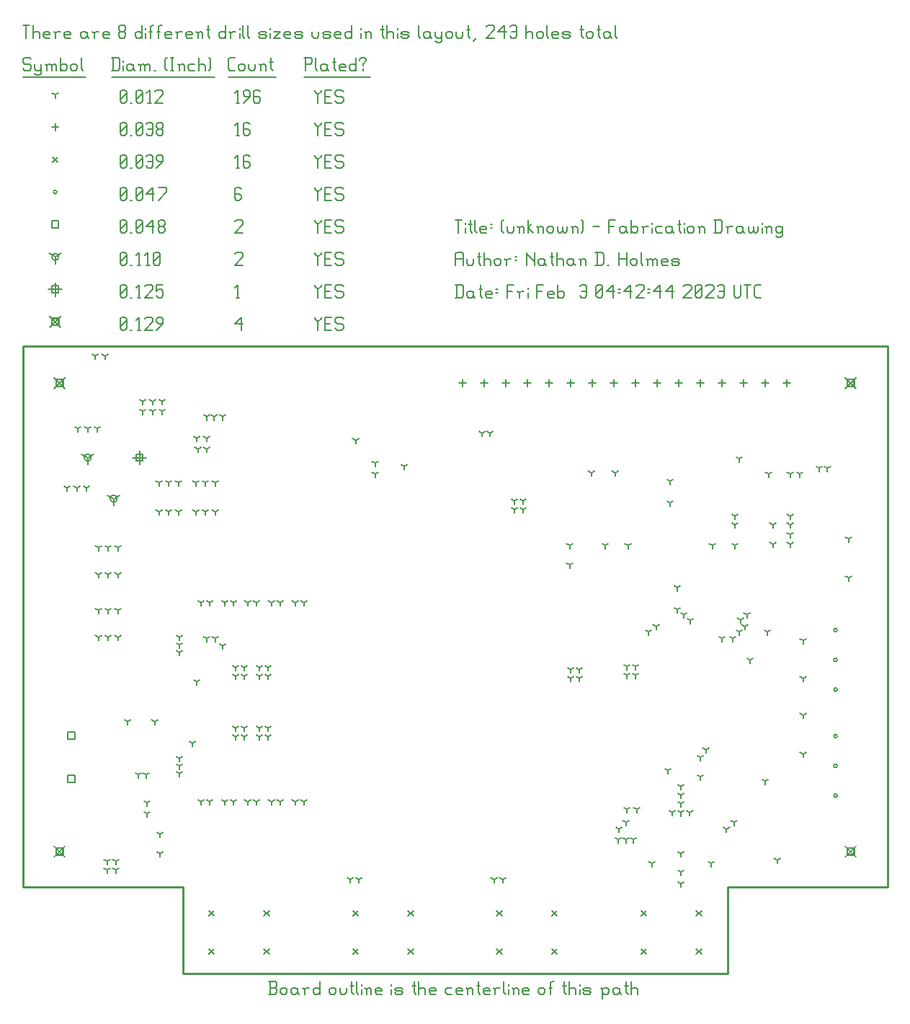
<source format=gbr>
G04 start of page 12 for group -3984 idx -3984 *
G04 Title: (unknown), fab *
G04 Creator: pcb 4.0.2 *
G04 CreationDate: Fri Feb  3 04:42:44 2023 UTC *
G04 For: ndholmes *
G04 Format: Gerber/RS-274X *
G04 PCB-Dimensions (mil): 4000.00 2900.00 *
G04 PCB-Coordinate-Origin: lower left *
%MOIN*%
%FSLAX25Y25*%
%LNFAB*%
%ADD86C,0.0100*%
%ADD85C,0.0060*%
%ADD84R,0.0080X0.0080*%
%ADD83C,0.0001*%
G54D83*G36*
X380600Y275966D02*X385966Y270600D01*
X385400Y270034D01*
X380034Y275400D01*
X380600Y275966D01*
G37*
G36*
X380034Y270600D02*X385400Y275966D01*
X385966Y275400D01*
X380600Y270034D01*
X380034Y270600D01*
G37*
G54D84*X381400Y274600D02*X384600D01*
X381400D02*Y271400D01*
X384600D01*
Y274600D02*Y271400D01*
G54D83*G36*
X14600Y59466D02*X19966Y54100D01*
X19400Y53534D01*
X14034Y58900D01*
X14600Y59466D01*
G37*
G36*
X14034Y54100D02*X19400Y59466D01*
X19966Y58900D01*
X14600Y53534D01*
X14034Y54100D01*
G37*
G54D84*X15400Y58100D02*X18600D01*
X15400D02*Y54900D01*
X18600D01*
Y58100D02*Y54900D01*
G54D83*G36*
X380600Y59466D02*X385966Y54100D01*
X385400Y53534D01*
X380034Y58900D01*
X380600Y59466D01*
G37*
G36*
X380034Y54100D02*X385400Y59466D01*
X385966Y58900D01*
X380600Y53534D01*
X380034Y54100D01*
G37*
G54D84*X381400Y58100D02*X384600D01*
X381400D02*Y54900D01*
X384600D01*
Y58100D02*Y54900D01*
G54D83*G36*
X14600Y275966D02*X19966Y270600D01*
X19400Y270034D01*
X14034Y275400D01*
X14600Y275966D01*
G37*
G36*
X14034Y270600D02*X19400Y275966D01*
X19966Y275400D01*
X14600Y270034D01*
X14034Y270600D01*
G37*
G54D84*X15400Y274600D02*X18600D01*
X15400D02*Y271400D01*
X18600D01*
Y274600D02*Y271400D01*
G54D83*G36*
X12600Y304216D02*X17966Y298850D01*
X17400Y298284D01*
X12034Y303650D01*
X12600Y304216D01*
G37*
G36*
X12034Y298850D02*X17400Y304216D01*
X17966Y303650D01*
X12600Y298284D01*
X12034Y298850D01*
G37*
G54D84*X13400Y302850D02*X16600D01*
X13400D02*Y299650D01*
X16600D01*
Y302850D02*Y299650D01*
G54D85*X135000Y303500D02*Y302750D01*
X136500Y301250D01*
X138000Y302750D01*
Y303500D02*Y302750D01*
X136500Y301250D02*Y297500D01*
X139800Y300500D02*X142050D01*
X139800Y297500D02*X142800D01*
X139800Y303500D02*Y297500D01*
Y303500D02*X142800D01*
X147600D02*X148350Y302750D01*
X145350Y303500D02*X147600D01*
X144600Y302750D02*X145350Y303500D01*
X144600Y302750D02*Y301250D01*
X145350Y300500D01*
X147600D01*
X148350Y299750D01*
Y298250D01*
X147600Y297500D02*X148350Y298250D01*
X145350Y297500D02*X147600D01*
X144600Y298250D02*X145350Y297500D01*
X98000Y300500D02*X101000Y303500D01*
X98000Y300500D02*X101750D01*
X101000Y303500D02*Y297500D01*
X45000Y298250D02*X45750Y297500D01*
X45000Y302750D02*Y298250D01*
Y302750D02*X45750Y303500D01*
X47250D01*
X48000Y302750D01*
Y298250D01*
X47250Y297500D02*X48000Y298250D01*
X45750Y297500D02*X47250D01*
X45000Y299000D02*X48000Y302000D01*
X49800Y297500D02*X50550D01*
X53100D02*X54600D01*
X53850Y303500D02*Y297500D01*
X52350Y302000D02*X53850Y303500D01*
X56400Y302750D02*X57150Y303500D01*
X59400D01*
X60150Y302750D01*
Y301250D01*
X56400Y297500D02*X60150Y301250D01*
X56400Y297500D02*X60150D01*
X61950D02*X64950Y300500D01*
Y302750D02*Y300500D01*
X64200Y303500D02*X64950Y302750D01*
X62700Y303500D02*X64200D01*
X61950Y302750D02*X62700Y303500D01*
X61950Y302750D02*Y301250D01*
X62700Y300500D01*
X64950D01*
X54000Y241700D02*Y235300D01*
X50800Y238500D02*X57200D01*
X52400Y240100D02*X55600D01*
X52400D02*Y236900D01*
X55600D01*
Y240100D02*Y236900D01*
X15000Y319450D02*Y313050D01*
X11800Y316250D02*X18200D01*
X13400Y317850D02*X16600D01*
X13400D02*Y314650D01*
X16600D01*
Y317850D02*Y314650D01*
X135000Y318500D02*Y317750D01*
X136500Y316250D01*
X138000Y317750D01*
Y318500D02*Y317750D01*
X136500Y316250D02*Y312500D01*
X139800Y315500D02*X142050D01*
X139800Y312500D02*X142800D01*
X139800Y318500D02*Y312500D01*
Y318500D02*X142800D01*
X147600D02*X148350Y317750D01*
X145350Y318500D02*X147600D01*
X144600Y317750D02*X145350Y318500D01*
X144600Y317750D02*Y316250D01*
X145350Y315500D01*
X147600D01*
X148350Y314750D01*
Y313250D01*
X147600Y312500D02*X148350Y313250D01*
X145350Y312500D02*X147600D01*
X144600Y313250D02*X145350Y312500D01*
X98750D02*X100250D01*
X99500Y318500D02*Y312500D01*
X98000Y317000D02*X99500Y318500D01*
X45000Y313250D02*X45750Y312500D01*
X45000Y317750D02*Y313250D01*
Y317750D02*X45750Y318500D01*
X47250D01*
X48000Y317750D01*
Y313250D01*
X47250Y312500D02*X48000Y313250D01*
X45750Y312500D02*X47250D01*
X45000Y314000D02*X48000Y317000D01*
X49800Y312500D02*X50550D01*
X53100D02*X54600D01*
X53850Y318500D02*Y312500D01*
X52350Y317000D02*X53850Y318500D01*
X56400Y317750D02*X57150Y318500D01*
X59400D01*
X60150Y317750D01*
Y316250D01*
X56400Y312500D02*X60150Y316250D01*
X56400Y312500D02*X60150D01*
X61950Y318500D02*X64950D01*
X61950D02*Y315500D01*
X62700Y316250D01*
X64200D01*
X64950Y315500D01*
Y313250D01*
X64200Y312500D02*X64950Y313250D01*
X62700Y312500D02*X64200D01*
X61950Y313250D02*X62700Y312500D01*
X30000Y238500D02*Y235300D01*
Y238500D02*X32773Y240100D01*
X30000Y238500D02*X27227Y240100D01*
X28400Y238500D02*G75*G03X31600Y238500I1600J0D01*G01*
G75*G03X28400Y238500I-1600J0D01*G01*
X42000Y219500D02*Y216300D01*
Y219500D02*X44773Y221100D01*
X42000Y219500D02*X39227Y221100D01*
X40400Y219500D02*G75*G03X43600Y219500I1600J0D01*G01*
G75*G03X40400Y219500I-1600J0D01*G01*
X15000Y331250D02*Y328050D01*
Y331250D02*X17773Y332850D01*
X15000Y331250D02*X12227Y332850D01*
X13400Y331250D02*G75*G03X16600Y331250I1600J0D01*G01*
G75*G03X13400Y331250I-1600J0D01*G01*
X135000Y333500D02*Y332750D01*
X136500Y331250D01*
X138000Y332750D01*
Y333500D02*Y332750D01*
X136500Y331250D02*Y327500D01*
X139800Y330500D02*X142050D01*
X139800Y327500D02*X142800D01*
X139800Y333500D02*Y327500D01*
Y333500D02*X142800D01*
X147600D02*X148350Y332750D01*
X145350Y333500D02*X147600D01*
X144600Y332750D02*X145350Y333500D01*
X144600Y332750D02*Y331250D01*
X145350Y330500D01*
X147600D01*
X148350Y329750D01*
Y328250D01*
X147600Y327500D02*X148350Y328250D01*
X145350Y327500D02*X147600D01*
X144600Y328250D02*X145350Y327500D01*
X98000Y332750D02*X98750Y333500D01*
X101000D01*
X101750Y332750D01*
Y331250D01*
X98000Y327500D02*X101750Y331250D01*
X98000Y327500D02*X101750D01*
X45000Y328250D02*X45750Y327500D01*
X45000Y332750D02*Y328250D01*
Y332750D02*X45750Y333500D01*
X47250D01*
X48000Y332750D01*
Y328250D01*
X47250Y327500D02*X48000Y328250D01*
X45750Y327500D02*X47250D01*
X45000Y329000D02*X48000Y332000D01*
X49800Y327500D02*X50550D01*
X53100D02*X54600D01*
X53850Y333500D02*Y327500D01*
X52350Y332000D02*X53850Y333500D01*
X57150Y327500D02*X58650D01*
X57900Y333500D02*Y327500D01*
X56400Y332000D02*X57900Y333500D01*
X60450Y328250D02*X61200Y327500D01*
X60450Y332750D02*Y328250D01*
Y332750D02*X61200Y333500D01*
X62700D01*
X63450Y332750D01*
Y328250D01*
X62700Y327500D02*X63450Y328250D01*
X61200Y327500D02*X62700D01*
X60450Y329000D02*X63450Y332000D01*
X20900Y111600D02*X24100D01*
X20900D02*Y108400D01*
X24100D01*
Y111600D02*Y108400D01*
X20900Y91600D02*X24100D01*
X20900D02*Y88400D01*
X24100D01*
Y91600D02*Y88400D01*
X13400Y347850D02*X16600D01*
X13400D02*Y344650D01*
X16600D01*
Y347850D02*Y344650D01*
X135000Y348500D02*Y347750D01*
X136500Y346250D01*
X138000Y347750D01*
Y348500D02*Y347750D01*
X136500Y346250D02*Y342500D01*
X139800Y345500D02*X142050D01*
X139800Y342500D02*X142800D01*
X139800Y348500D02*Y342500D01*
Y348500D02*X142800D01*
X147600D02*X148350Y347750D01*
X145350Y348500D02*X147600D01*
X144600Y347750D02*X145350Y348500D01*
X144600Y347750D02*Y346250D01*
X145350Y345500D01*
X147600D01*
X148350Y344750D01*
Y343250D01*
X147600Y342500D02*X148350Y343250D01*
X145350Y342500D02*X147600D01*
X144600Y343250D02*X145350Y342500D01*
X98000Y347750D02*X98750Y348500D01*
X101000D01*
X101750Y347750D01*
Y346250D01*
X98000Y342500D02*X101750Y346250D01*
X98000Y342500D02*X101750D01*
X45000Y343250D02*X45750Y342500D01*
X45000Y347750D02*Y343250D01*
Y347750D02*X45750Y348500D01*
X47250D01*
X48000Y347750D01*
Y343250D01*
X47250Y342500D02*X48000Y343250D01*
X45750Y342500D02*X47250D01*
X45000Y344000D02*X48000Y347000D01*
X49800Y342500D02*X50550D01*
X52350Y343250D02*X53100Y342500D01*
X52350Y347750D02*Y343250D01*
Y347750D02*X53100Y348500D01*
X54600D01*
X55350Y347750D01*
Y343250D01*
X54600Y342500D02*X55350Y343250D01*
X53100Y342500D02*X54600D01*
X52350Y344000D02*X55350Y347000D01*
X57150Y345500D02*X60150Y348500D01*
X57150Y345500D02*X60900D01*
X60150Y348500D02*Y342500D01*
X62700Y343250D02*X63450Y342500D01*
X62700Y344750D02*Y343250D01*
Y344750D02*X63450Y345500D01*
X64950D01*
X65700Y344750D01*
Y343250D01*
X64950Y342500D02*X65700Y343250D01*
X63450Y342500D02*X64950D01*
X62700Y346250D02*X63450Y345500D01*
X62700Y347750D02*Y346250D01*
Y347750D02*X63450Y348500D01*
X64950D01*
X65700Y347750D01*
Y346250D01*
X64950Y345500D02*X65700Y346250D01*
X375200Y82220D02*G75*G03X376800Y82220I800J0D01*G01*
G75*G03X375200Y82220I-800J0D01*G01*
Y96000D02*G75*G03X376800Y96000I800J0D01*G01*
G75*G03X375200Y96000I-800J0D01*G01*
Y109779D02*G75*G03X376800Y109779I800J0D01*G01*
G75*G03X375200Y109779I-800J0D01*G01*
Y131220D02*G75*G03X376800Y131220I800J0D01*G01*
G75*G03X375200Y131220I-800J0D01*G01*
Y145000D02*G75*G03X376800Y145000I800J0D01*G01*
G75*G03X375200Y145000I-800J0D01*G01*
Y158779D02*G75*G03X376800Y158779I800J0D01*G01*
G75*G03X375200Y158779I-800J0D01*G01*
X14200Y361250D02*G75*G03X15800Y361250I800J0D01*G01*
G75*G03X14200Y361250I-800J0D01*G01*
X135000Y363500D02*Y362750D01*
X136500Y361250D01*
X138000Y362750D01*
Y363500D02*Y362750D01*
X136500Y361250D02*Y357500D01*
X139800Y360500D02*X142050D01*
X139800Y357500D02*X142800D01*
X139800Y363500D02*Y357500D01*
Y363500D02*X142800D01*
X147600D02*X148350Y362750D01*
X145350Y363500D02*X147600D01*
X144600Y362750D02*X145350Y363500D01*
X144600Y362750D02*Y361250D01*
X145350Y360500D01*
X147600D01*
X148350Y359750D01*
Y358250D01*
X147600Y357500D02*X148350Y358250D01*
X145350Y357500D02*X147600D01*
X144600Y358250D02*X145350Y357500D01*
X100250Y363500D02*X101000Y362750D01*
X98750Y363500D02*X100250D01*
X98000Y362750D02*X98750Y363500D01*
X98000Y362750D02*Y358250D01*
X98750Y357500D01*
X100250Y360500D02*X101000Y359750D01*
X98000Y360500D02*X100250D01*
X98750Y357500D02*X100250D01*
X101000Y358250D01*
Y359750D02*Y358250D01*
X45000D02*X45750Y357500D01*
X45000Y362750D02*Y358250D01*
Y362750D02*X45750Y363500D01*
X47250D01*
X48000Y362750D01*
Y358250D01*
X47250Y357500D02*X48000Y358250D01*
X45750Y357500D02*X47250D01*
X45000Y359000D02*X48000Y362000D01*
X49800Y357500D02*X50550D01*
X52350Y358250D02*X53100Y357500D01*
X52350Y362750D02*Y358250D01*
Y362750D02*X53100Y363500D01*
X54600D01*
X55350Y362750D01*
Y358250D01*
X54600Y357500D02*X55350Y358250D01*
X53100Y357500D02*X54600D01*
X52350Y359000D02*X55350Y362000D01*
X57150Y360500D02*X60150Y363500D01*
X57150Y360500D02*X60900D01*
X60150Y363500D02*Y357500D01*
X62700D02*X66450Y361250D01*
Y363500D02*Y361250D01*
X62700Y363500D02*X66450D01*
X111595Y11342D02*X113995Y8942D01*
X111595D02*X113995Y11342D01*
X86005D02*X88405Y8942D01*
X86005D02*X88405Y11342D01*
X111595Y29058D02*X113995Y26658D01*
X111595D02*X113995Y29058D01*
X86005D02*X88405Y26658D01*
X86005D02*X88405Y29058D01*
X178295Y11342D02*X180695Y8942D01*
X178295D02*X180695Y11342D01*
X152705D02*X155105Y8942D01*
X152705D02*X155105Y11342D01*
X178295Y29058D02*X180695Y26658D01*
X178295D02*X180695Y29058D01*
X152705D02*X155105Y26658D01*
X152705D02*X155105Y29058D01*
X244895Y11342D02*X247295Y8942D01*
X244895D02*X247295Y11342D01*
X219305D02*X221705Y8942D01*
X219305D02*X221705Y11342D01*
X244895Y29058D02*X247295Y26658D01*
X244895D02*X247295Y29058D01*
X219305D02*X221705Y26658D01*
X219305D02*X221705Y29058D01*
X311595Y11342D02*X313995Y8942D01*
X311595D02*X313995Y11342D01*
X286005D02*X288405Y8942D01*
X286005D02*X288405Y11342D01*
X311595Y29058D02*X313995Y26658D01*
X311595D02*X313995Y29058D01*
X286005D02*X288405Y26658D01*
X286005D02*X288405Y29058D01*
X13800Y377450D02*X16200Y375050D01*
X13800D02*X16200Y377450D01*
X135000Y378500D02*Y377750D01*
X136500Y376250D01*
X138000Y377750D01*
Y378500D02*Y377750D01*
X136500Y376250D02*Y372500D01*
X139800Y375500D02*X142050D01*
X139800Y372500D02*X142800D01*
X139800Y378500D02*Y372500D01*
Y378500D02*X142800D01*
X147600D02*X148350Y377750D01*
X145350Y378500D02*X147600D01*
X144600Y377750D02*X145350Y378500D01*
X144600Y377750D02*Y376250D01*
X145350Y375500D01*
X147600D01*
X148350Y374750D01*
Y373250D01*
X147600Y372500D02*X148350Y373250D01*
X145350Y372500D02*X147600D01*
X144600Y373250D02*X145350Y372500D01*
X98750D02*X100250D01*
X99500Y378500D02*Y372500D01*
X98000Y377000D02*X99500Y378500D01*
X104300D02*X105050Y377750D01*
X102800Y378500D02*X104300D01*
X102050Y377750D02*X102800Y378500D01*
X102050Y377750D02*Y373250D01*
X102800Y372500D01*
X104300Y375500D02*X105050Y374750D01*
X102050Y375500D02*X104300D01*
X102800Y372500D02*X104300D01*
X105050Y373250D01*
Y374750D02*Y373250D01*
X45000D02*X45750Y372500D01*
X45000Y377750D02*Y373250D01*
Y377750D02*X45750Y378500D01*
X47250D01*
X48000Y377750D01*
Y373250D01*
X47250Y372500D02*X48000Y373250D01*
X45750Y372500D02*X47250D01*
X45000Y374000D02*X48000Y377000D01*
X49800Y372500D02*X50550D01*
X52350Y373250D02*X53100Y372500D01*
X52350Y377750D02*Y373250D01*
Y377750D02*X53100Y378500D01*
X54600D01*
X55350Y377750D01*
Y373250D01*
X54600Y372500D02*X55350Y373250D01*
X53100Y372500D02*X54600D01*
X52350Y374000D02*X55350Y377000D01*
X57150Y377750D02*X57900Y378500D01*
X59400D01*
X60150Y377750D01*
Y373250D01*
X59400Y372500D02*X60150Y373250D01*
X57900Y372500D02*X59400D01*
X57150Y373250D02*X57900Y372500D01*
Y375500D02*X60150D01*
X61950Y372500D02*X64950Y375500D01*
Y377750D02*Y375500D01*
X64200Y378500D02*X64950Y377750D01*
X62700Y378500D02*X64200D01*
X61950Y377750D02*X62700Y378500D01*
X61950Y377750D02*Y376250D01*
X62700Y375500D01*
X64950D01*
X353500Y274600D02*Y271400D01*
X351900Y273000D02*X355100D01*
X343500Y274600D02*Y271400D01*
X341900Y273000D02*X345100D01*
X333500Y274600D02*Y271400D01*
X331900Y273000D02*X335100D01*
X323500Y274600D02*Y271400D01*
X321900Y273000D02*X325100D01*
X313500Y274600D02*Y271400D01*
X311900Y273000D02*X315100D01*
X303500Y274600D02*Y271400D01*
X301900Y273000D02*X305100D01*
X293500Y274600D02*Y271400D01*
X291900Y273000D02*X295100D01*
X283500Y274600D02*Y271400D01*
X281900Y273000D02*X285100D01*
X273500Y274600D02*Y271400D01*
X271900Y273000D02*X275100D01*
X263500Y274600D02*Y271400D01*
X261900Y273000D02*X265100D01*
X253500Y274600D02*Y271400D01*
X251900Y273000D02*X255100D01*
X243500Y274600D02*Y271400D01*
X241900Y273000D02*X245100D01*
X233500Y274600D02*Y271400D01*
X231900Y273000D02*X235100D01*
X223500Y274600D02*Y271400D01*
X221900Y273000D02*X225100D01*
X213500Y274600D02*Y271400D01*
X211900Y273000D02*X215100D01*
X203500Y274600D02*Y271400D01*
X201900Y273000D02*X205100D01*
X15000Y392850D02*Y389650D01*
X13400Y391250D02*X16600D01*
X135000Y393500D02*Y392750D01*
X136500Y391250D01*
X138000Y392750D01*
Y393500D02*Y392750D01*
X136500Y391250D02*Y387500D01*
X139800Y390500D02*X142050D01*
X139800Y387500D02*X142800D01*
X139800Y393500D02*Y387500D01*
Y393500D02*X142800D01*
X147600D02*X148350Y392750D01*
X145350Y393500D02*X147600D01*
X144600Y392750D02*X145350Y393500D01*
X144600Y392750D02*Y391250D01*
X145350Y390500D01*
X147600D01*
X148350Y389750D01*
Y388250D01*
X147600Y387500D02*X148350Y388250D01*
X145350Y387500D02*X147600D01*
X144600Y388250D02*X145350Y387500D01*
X98750D02*X100250D01*
X99500Y393500D02*Y387500D01*
X98000Y392000D02*X99500Y393500D01*
X104300D02*X105050Y392750D01*
X102800Y393500D02*X104300D01*
X102050Y392750D02*X102800Y393500D01*
X102050Y392750D02*Y388250D01*
X102800Y387500D01*
X104300Y390500D02*X105050Y389750D01*
X102050Y390500D02*X104300D01*
X102800Y387500D02*X104300D01*
X105050Y388250D01*
Y389750D02*Y388250D01*
X45000D02*X45750Y387500D01*
X45000Y392750D02*Y388250D01*
Y392750D02*X45750Y393500D01*
X47250D01*
X48000Y392750D01*
Y388250D01*
X47250Y387500D02*X48000Y388250D01*
X45750Y387500D02*X47250D01*
X45000Y389000D02*X48000Y392000D01*
X49800Y387500D02*X50550D01*
X52350Y388250D02*X53100Y387500D01*
X52350Y392750D02*Y388250D01*
Y392750D02*X53100Y393500D01*
X54600D01*
X55350Y392750D01*
Y388250D01*
X54600Y387500D02*X55350Y388250D01*
X53100Y387500D02*X54600D01*
X52350Y389000D02*X55350Y392000D01*
X57150Y392750D02*X57900Y393500D01*
X59400D01*
X60150Y392750D01*
Y388250D01*
X59400Y387500D02*X60150Y388250D01*
X57900Y387500D02*X59400D01*
X57150Y388250D02*X57900Y387500D01*
Y390500D02*X60150D01*
X61950Y388250D02*X62700Y387500D01*
X61950Y389750D02*Y388250D01*
Y389750D02*X62700Y390500D01*
X64200D01*
X64950Y389750D01*
Y388250D01*
X64200Y387500D02*X64950Y388250D01*
X62700Y387500D02*X64200D01*
X61950Y391250D02*X62700Y390500D01*
X61950Y392750D02*Y391250D01*
Y392750D02*X62700Y393500D01*
X64200D01*
X64950Y392750D01*
Y391250D01*
X64200Y390500D02*X64950Y391250D01*
X212600Y249800D02*Y248200D01*
Y249800D02*X213987Y250600D01*
X212600Y249800D02*X211213Y250600D01*
X216200Y249800D02*Y248200D01*
Y249800D02*X217587Y250600D01*
X216200Y249800D02*X214813Y250600D01*
X85100Y257400D02*Y255800D01*
Y257400D02*X86487Y258200D01*
X85100Y257400D02*X83713Y258200D01*
X92400Y257400D02*Y255800D01*
Y257400D02*X93787Y258200D01*
X92400Y257400D02*X91013Y258200D01*
X88600Y257400D02*Y255800D01*
Y257400D02*X89987Y258200D01*
X88600Y257400D02*X87213Y258200D01*
X84500Y213500D02*Y211900D01*
Y213500D02*X85887Y214300D01*
X84500Y213500D02*X83113Y214300D01*
X80000Y213500D02*Y211900D01*
Y213500D02*X81387Y214300D01*
X80000Y213500D02*X78613Y214300D01*
X84500Y227000D02*Y225400D01*
Y227000D02*X85887Y227800D01*
X84500Y227000D02*X83113Y227800D01*
X89000Y227000D02*Y225400D01*
Y227000D02*X90387Y227800D01*
X89000Y227000D02*X87613Y227800D01*
X80000Y227000D02*Y225400D01*
Y227000D02*X81387Y227800D01*
X80000Y227000D02*X78613Y227800D01*
X85000Y247500D02*Y245900D01*
Y247500D02*X86387Y248300D01*
X85000Y247500D02*X83613Y248300D01*
X80500Y247500D02*Y245900D01*
Y247500D02*X81887Y248300D01*
X80500Y247500D02*X79113Y248300D01*
X81000Y242500D02*Y240900D01*
Y242500D02*X82387Y243300D01*
X81000Y242500D02*X79613Y243300D01*
X85000Y242500D02*Y240900D01*
Y242500D02*X86387Y243300D01*
X85000Y242500D02*X83613Y243300D01*
X163000Y236000D02*Y234400D01*
Y236000D02*X164387Y236800D01*
X163000Y236000D02*X161613Y236800D01*
X163000Y231000D02*Y229400D01*
Y231000D02*X164387Y231800D01*
X163000Y231000D02*X161613Y231800D01*
X102500Y137500D02*Y135900D01*
Y137500D02*X103887Y138300D01*
X102500Y137500D02*X101113Y138300D01*
X109500Y137500D02*Y135900D01*
Y137500D02*X110887Y138300D01*
X109500Y137500D02*X108113Y138300D01*
X98500Y137500D02*Y135900D01*
Y137500D02*X99887Y138300D01*
X98500Y137500D02*X97113Y138300D01*
X113500Y137500D02*Y135900D01*
Y137500D02*X114887Y138300D01*
X113500Y137500D02*X112113Y138300D01*
X102500Y113500D02*Y111900D01*
Y113500D02*X103887Y114300D01*
X102500Y113500D02*X101113Y114300D01*
X109500Y113500D02*Y111900D01*
Y113500D02*X110887Y114300D01*
X109500Y113500D02*X108113Y114300D01*
X98500Y113500D02*Y111900D01*
Y113500D02*X99887Y114300D01*
X98500Y113500D02*X97113Y114300D01*
X113500Y113500D02*Y111900D01*
Y113500D02*X114887Y114300D01*
X113500Y113500D02*X112113Y114300D01*
X102500Y109500D02*Y107900D01*
Y109500D02*X103887Y110300D01*
X102500Y109500D02*X101113Y110300D01*
X109500Y109500D02*Y107900D01*
Y109500D02*X110887Y110300D01*
X109500Y109500D02*X108113Y110300D01*
X98500Y109500D02*Y107900D01*
Y109500D02*X99887Y110300D01*
X98500Y109500D02*X97113Y110300D01*
X113500Y109500D02*Y107900D01*
Y109500D02*X114887Y110300D01*
X113500Y109500D02*X112113Y110300D01*
X102500Y141500D02*Y139900D01*
Y141500D02*X103887Y142300D01*
X102500Y141500D02*X101113Y142300D01*
X109500Y141500D02*Y139900D01*
Y141500D02*X110887Y142300D01*
X109500Y141500D02*X108113Y142300D01*
X98500Y141500D02*Y139900D01*
Y141500D02*X99887Y142300D01*
X98500Y141500D02*X97113Y142300D01*
X113500Y141500D02*Y139900D01*
Y141500D02*X114887Y142300D01*
X113500Y141500D02*X112113Y142300D01*
X86500Y79500D02*Y77900D01*
Y79500D02*X87887Y80300D01*
X86500Y79500D02*X85113Y80300D01*
X93500Y79500D02*Y77900D01*
Y79500D02*X94887Y80300D01*
X93500Y79500D02*X92113Y80300D01*
X82500Y79500D02*Y77900D01*
Y79500D02*X83887Y80300D01*
X82500Y79500D02*X81113Y80300D01*
X97500Y79500D02*Y77900D01*
Y79500D02*X98887Y80300D01*
X97500Y79500D02*X96113Y80300D01*
X108000Y79500D02*Y77900D01*
Y79500D02*X109387Y80300D01*
X108000Y79500D02*X106613Y80300D01*
X115000Y79500D02*Y77900D01*
Y79500D02*X116387Y80300D01*
X115000Y79500D02*X113613Y80300D01*
X104000Y79500D02*Y77900D01*
Y79500D02*X105387Y80300D01*
X104000Y79500D02*X102613Y80300D01*
X119000Y79500D02*Y77900D01*
Y79500D02*X120387Y80300D01*
X119000Y79500D02*X117613Y80300D01*
X126000Y79500D02*Y77900D01*
Y79500D02*X127387Y80300D01*
X126000Y79500D02*X124613Y80300D01*
X130000Y79500D02*Y77900D01*
Y79500D02*X131387Y80300D01*
X130000Y79500D02*X128613Y80300D01*
X60000Y264500D02*Y262900D01*
Y264500D02*X61387Y265300D01*
X60000Y264500D02*X58613Y265300D01*
X64500Y264500D02*Y262900D01*
Y264500D02*X65887Y265300D01*
X64500Y264500D02*X63113Y265300D01*
X55500Y264500D02*Y262900D01*
Y264500D02*X56887Y265300D01*
X55500Y264500D02*X54113Y265300D01*
X67500Y227000D02*Y225400D01*
Y227000D02*X68887Y227800D01*
X67500Y227000D02*X66113Y227800D01*
X72000Y227000D02*Y225400D01*
Y227000D02*X73387Y227800D01*
X72000Y227000D02*X70613Y227800D01*
X63000Y227000D02*Y225400D01*
Y227000D02*X64387Y227800D01*
X63000Y227000D02*X61613Y227800D01*
X67500Y213500D02*Y211900D01*
Y213500D02*X68887Y214300D01*
X67500Y213500D02*X66113Y214300D01*
X72000Y213500D02*Y211900D01*
Y213500D02*X73387Y214300D01*
X72000Y213500D02*X70613Y214300D01*
X63000Y213500D02*Y211900D01*
Y213500D02*X64387Y214300D01*
X63000Y213500D02*X61613Y214300D01*
X39500Y184500D02*Y182900D01*
Y184500D02*X40887Y185300D01*
X39500Y184500D02*X38113Y185300D01*
X44000Y184500D02*Y182900D01*
Y184500D02*X45387Y185300D01*
X44000Y184500D02*X42613Y185300D01*
X35000Y184500D02*Y182900D01*
Y184500D02*X36387Y185300D01*
X35000Y184500D02*X33613Y185300D01*
X39500Y155500D02*Y153900D01*
Y155500D02*X40887Y156300D01*
X39500Y155500D02*X38113Y156300D01*
X44000Y155500D02*Y153900D01*
Y155500D02*X45387Y156300D01*
X44000Y155500D02*X42613Y156300D01*
X35000Y155500D02*Y153900D01*
Y155500D02*X36387Y156300D01*
X35000Y155500D02*X33613Y156300D01*
X39500Y168000D02*Y166400D01*
Y168000D02*X40887Y168800D01*
X39500Y168000D02*X38113Y168800D01*
X44000Y168000D02*Y166400D01*
Y168000D02*X45387Y168800D01*
X44000Y168000D02*X42613Y168800D01*
X35000Y168000D02*Y166400D01*
Y168000D02*X36387Y168800D01*
X35000Y168000D02*X33613Y168800D01*
X39500Y197000D02*Y195400D01*
Y197000D02*X40887Y197800D01*
X39500Y197000D02*X38113Y197800D01*
X44000Y197000D02*Y195400D01*
Y197000D02*X45387Y197800D01*
X44000Y197000D02*X42613Y197800D01*
X35000Y197000D02*Y195400D01*
Y197000D02*X36387Y197800D01*
X35000Y197000D02*X33613Y197800D01*
X60000Y260000D02*Y258400D01*
Y260000D02*X61387Y260800D01*
X60000Y260000D02*X58613Y260800D01*
X64500Y260000D02*Y258400D01*
Y260000D02*X65887Y260800D01*
X64500Y260000D02*X63113Y260800D01*
X55500Y260000D02*Y258400D01*
Y260000D02*X56887Y260800D01*
X55500Y260000D02*X54113Y260800D01*
X86500Y171500D02*Y169900D01*
Y171500D02*X87887Y172300D01*
X86500Y171500D02*X85113Y172300D01*
X93500Y171500D02*Y169900D01*
Y171500D02*X94887Y172300D01*
X93500Y171500D02*X92113Y172300D01*
X82500Y171500D02*Y169900D01*
Y171500D02*X83887Y172300D01*
X82500Y171500D02*X81113Y172300D01*
X97500Y171500D02*Y169900D01*
Y171500D02*X98887Y172300D01*
X97500Y171500D02*X96113Y172300D01*
X108000Y171500D02*Y169900D01*
Y171500D02*X109387Y172300D01*
X108000Y171500D02*X106613Y172300D01*
X115000Y171500D02*Y169900D01*
Y171500D02*X116387Y172300D01*
X115000Y171500D02*X113613Y172300D01*
X104000Y171500D02*Y169900D01*
Y171500D02*X105387Y172300D01*
X104000Y171500D02*X102613Y172300D01*
X119000Y171500D02*Y169900D01*
Y171500D02*X120387Y172300D01*
X119000Y171500D02*X117613Y172300D01*
X126000Y171500D02*Y169900D01*
Y171500D02*X127387Y172300D01*
X126000Y171500D02*X124613Y172300D01*
X130000Y171500D02*Y169900D01*
Y171500D02*X131387Y172300D01*
X130000Y171500D02*X128613Y172300D01*
X57500Y74000D02*Y72400D01*
Y74000D02*X58887Y74800D01*
X57500Y74000D02*X56113Y74800D01*
X89000Y213500D02*Y211900D01*
Y213500D02*X90387Y214300D01*
X89000Y213500D02*X87613Y214300D01*
X57500Y79000D02*Y77400D01*
Y79000D02*X58887Y79800D01*
X57500Y79000D02*X56113Y79800D01*
X30000Y252000D02*Y250400D01*
Y252000D02*X31387Y252800D01*
X30000Y252000D02*X28613Y252800D01*
X34500Y252000D02*Y250400D01*
Y252000D02*X35887Y252800D01*
X34500Y252000D02*X33113Y252800D01*
X25500Y252000D02*Y250400D01*
Y252000D02*X26887Y252800D01*
X25500Y252000D02*X24113Y252800D01*
X25000Y224500D02*Y222900D01*
Y224500D02*X26387Y225300D01*
X25000Y224500D02*X23613Y225300D01*
X29500Y224500D02*Y222900D01*
Y224500D02*X30887Y225300D01*
X29500Y224500D02*X28113Y225300D01*
X20500Y224500D02*Y222900D01*
Y224500D02*X21887Y225300D01*
X20500Y224500D02*X19113Y225300D01*
X38000Y285500D02*Y283900D01*
Y285500D02*X39387Y286300D01*
X38000Y285500D02*X36613Y286300D01*
X33500Y285500D02*Y283900D01*
Y285500D02*X34887Y286300D01*
X33500Y285500D02*X32113Y286300D01*
X72500Y99500D02*Y97900D01*
Y99500D02*X73887Y100300D01*
X72500Y99500D02*X71113Y100300D01*
X72500Y96000D02*Y94400D01*
Y96000D02*X73887Y96800D01*
X72500Y96000D02*X71113Y96800D01*
X72500Y92500D02*Y90900D01*
Y92500D02*X73887Y93300D01*
X72500Y92500D02*X71113Y93300D01*
X302700Y168300D02*Y166700D01*
Y168300D02*X304087Y169100D01*
X302700Y168300D02*X301313Y169100D01*
X329400Y198000D02*Y196400D01*
Y198000D02*X330787Y198800D01*
X329400Y198000D02*X328013Y198800D01*
X299500Y227700D02*Y226100D01*
Y227700D02*X300887Y228500D01*
X299500Y227700D02*X298113Y228500D01*
X280000Y198000D02*Y196400D01*
Y198000D02*X281387Y198800D01*
X280000Y198000D02*X278613Y198800D01*
X269500Y198000D02*Y196400D01*
Y198000D02*X270887Y198800D01*
X269500Y198000D02*X268113Y198800D01*
X302700Y178400D02*Y176800D01*
Y178400D02*X304087Y179200D01*
X302700Y178400D02*X301313Y179200D01*
X299500Y217600D02*Y216000D01*
Y217600D02*X300887Y218400D01*
X299500Y217600D02*X298113Y218400D01*
X319000Y198000D02*Y196400D01*
Y198000D02*X320387Y198800D01*
X319000Y198000D02*X317613Y198800D01*
X253000Y198000D02*Y196400D01*
Y198000D02*X254387Y198800D01*
X253000Y198000D02*X251613Y198800D01*
X253000Y189000D02*Y187400D01*
Y189000D02*X254387Y189800D01*
X253000Y189000D02*X251613Y189800D01*
X263000Y231500D02*Y229900D01*
Y231500D02*X264387Y232300D01*
X263000Y231500D02*X261613Y232300D01*
X274000Y231500D02*Y229900D01*
Y231500D02*X275387Y232300D01*
X274000Y231500D02*X272613Y232300D01*
X154000Y246500D02*Y244900D01*
Y246500D02*X155387Y247300D01*
X154000Y246500D02*X152613Y247300D01*
X176500Y234500D02*Y232900D01*
Y234500D02*X177887Y235300D01*
X176500Y234500D02*X175113Y235300D01*
X316000Y103500D02*Y101900D01*
Y103500D02*X317387Y104300D01*
X316000Y103500D02*X314613Y104300D01*
X305800Y166000D02*Y164400D01*
Y166000D02*X307187Y166800D01*
X305800Y166000D02*X304413Y166800D01*
X308900Y163300D02*Y161700D01*
Y163300D02*X310287Y164100D01*
X308900Y163300D02*X307513Y164100D01*
X304500Y82500D02*Y80900D01*
Y82500D02*X305887Y83300D01*
X304500Y82500D02*X303113Y83300D01*
X304500Y78700D02*Y77100D01*
Y78700D02*X305887Y79500D01*
X304500Y78700D02*X303113Y79500D01*
X304500Y86500D02*Y84900D01*
Y86500D02*X305887Y87300D01*
X304500Y86500D02*X303113Y87300D01*
X308600Y74500D02*Y72900D01*
Y74500D02*X309987Y75300D01*
X308600Y74500D02*X307213Y75300D01*
X300400Y74500D02*Y72900D01*
Y74500D02*X301787Y75300D01*
X300400Y74500D02*X299013Y75300D01*
X298500Y94000D02*Y92400D01*
Y94000D02*X299887Y94800D01*
X298500Y94000D02*X297113Y94800D01*
X313500Y100000D02*Y98400D01*
Y100000D02*X314887Y100800D01*
X313500Y100000D02*X312113Y100800D01*
X318500Y51000D02*Y49400D01*
Y51000D02*X319887Y51800D01*
X318500Y51000D02*X317113Y51800D01*
X304500Y74400D02*Y72800D01*
Y74400D02*X305887Y75200D01*
X304500Y74400D02*X303113Y75200D01*
X282500Y62000D02*Y60400D01*
Y62000D02*X283887Y62800D01*
X282500Y62000D02*X281113Y62800D01*
X279000Y62000D02*Y60400D01*
Y62000D02*X280387Y62800D01*
X279000Y62000D02*X277613Y62800D01*
X275500Y62000D02*Y60400D01*
Y62000D02*X276887Y62800D01*
X275500Y62000D02*X274113Y62800D01*
X355000Y207500D02*Y205900D01*
Y207500D02*X356387Y208300D01*
X355000Y207500D02*X353613Y208300D01*
X279500Y142000D02*Y140400D01*
Y142000D02*X280887Y142800D01*
X279500Y142000D02*X278113Y142800D01*
X283500Y142000D02*Y140400D01*
Y142000D02*X284887Y142800D01*
X283500Y142000D02*X282113Y142800D01*
X279500Y138000D02*Y136400D01*
Y138000D02*X280887Y138800D01*
X279500Y138000D02*X278113Y138800D01*
X283500Y138000D02*Y136400D01*
Y138000D02*X284887Y138800D01*
X283500Y138000D02*X282113Y138800D01*
X227500Y218500D02*Y216900D01*
Y218500D02*X228887Y219300D01*
X227500Y218500D02*X226113Y219300D01*
X231500Y218500D02*Y216900D01*
Y218500D02*X232887Y219300D01*
X231500Y218500D02*X230113Y219300D01*
X227500Y214500D02*Y212900D01*
Y214500D02*X228887Y215300D01*
X227500Y214500D02*X226113Y215300D01*
X231500Y214500D02*Y212900D01*
Y214500D02*X232887Y215300D01*
X231500Y214500D02*X230113Y215300D01*
X39000Y52000D02*Y50400D01*
Y52000D02*X40387Y52800D01*
X39000Y52000D02*X37613Y52800D01*
X43000Y52000D02*Y50400D01*
Y52000D02*X44387Y52800D01*
X43000Y52000D02*X41613Y52800D01*
X39000Y48000D02*Y46400D01*
Y48000D02*X40387Y48800D01*
X39000Y48000D02*X37613Y48800D01*
X43000Y48000D02*Y46400D01*
Y48000D02*X44387Y48800D01*
X43000Y48000D02*X41613Y48800D01*
X218000Y43500D02*Y41900D01*
Y43500D02*X219387Y44300D01*
X218000Y43500D02*X216613Y44300D01*
X222000Y43500D02*Y41900D01*
Y43500D02*X223387Y44300D01*
X222000Y43500D02*X220613Y44300D01*
X151500Y43500D02*Y41900D01*
Y43500D02*X152887Y44300D01*
X151500Y43500D02*X150113Y44300D01*
X155500Y43500D02*Y41900D01*
Y43500D02*X156887Y44300D01*
X155500Y43500D02*X154113Y44300D01*
X329500Y207500D02*Y205900D01*
Y207500D02*X330887Y208300D01*
X329500Y207500D02*X328113Y208300D01*
X63500Y64500D02*Y62900D01*
Y64500D02*X64887Y65300D01*
X63500Y64500D02*X62113Y65300D01*
X63500Y55500D02*Y53900D01*
Y55500D02*X64887Y56300D01*
X63500Y55500D02*X62113Y56300D01*
X289500Y158000D02*Y156400D01*
Y158000D02*X290887Y158800D01*
X289500Y158000D02*X288113Y158800D01*
X293000Y160500D02*Y158900D01*
Y160500D02*X294387Y161300D01*
X293000Y160500D02*X291613Y161300D01*
X329000Y70000D02*Y68400D01*
Y70000D02*X330387Y70800D01*
X329000Y70000D02*X327613Y70800D01*
X325600Y66800D02*Y65200D01*
Y66800D02*X326987Y67600D01*
X325600Y66800D02*X324213Y67600D01*
X275700Y66800D02*Y65200D01*
Y66800D02*X277087Y67600D01*
X275700Y66800D02*X274313Y67600D01*
X279000Y70000D02*Y68400D01*
Y70000D02*X280387Y70800D01*
X279000Y70000D02*X277613Y70800D01*
X78500Y106500D02*Y104900D01*
Y106500D02*X79887Y107300D01*
X78500Y106500D02*X77113Y107300D01*
X80500Y135000D02*Y133400D01*
Y135000D02*X81887Y135800D01*
X80500Y135000D02*X79113Y135800D01*
X329500Y211500D02*Y209900D01*
Y211500D02*X330887Y212300D01*
X329500Y211500D02*X328113Y212300D01*
X355000Y211500D02*Y209900D01*
Y211500D02*X356387Y212300D01*
X355000Y211500D02*X353613Y212300D01*
X331500Y158000D02*Y156400D01*
Y158000D02*X332887Y158800D01*
X331500Y158000D02*X330113Y158800D01*
X335000Y166000D02*Y164400D01*
Y166000D02*X336387Y166800D01*
X335000Y166000D02*X333613Y166800D01*
X304500Y41500D02*Y39900D01*
Y41500D02*X305887Y42300D01*
X304500Y41500D02*X303113Y42300D01*
X304500Y47000D02*Y45400D01*
Y47000D02*X305887Y47800D01*
X304500Y47000D02*X303113Y47800D01*
X304500Y55500D02*Y53900D01*
Y55500D02*X305887Y56300D01*
X304500Y55500D02*X303113Y56300D01*
X331500Y238000D02*Y236400D01*
Y238000D02*X332887Y238800D01*
X331500Y238000D02*X330113Y238800D01*
X368506Y233594D02*Y231994D01*
Y233594D02*X369892Y234394D01*
X368506Y233594D02*X367119Y234394D01*
X372300Y233600D02*Y232000D01*
Y233600D02*X373687Y234400D01*
X372300Y233600D02*X370913Y234400D01*
X347000Y198500D02*Y196900D01*
Y198500D02*X348387Y199300D01*
X347000Y198500D02*X345613Y199300D01*
X359500Y231000D02*Y229400D01*
Y231000D02*X360887Y231800D01*
X359500Y231000D02*X358113Y231800D01*
X332000Y163500D02*Y161900D01*
Y163500D02*X333387Y164300D01*
X332000Y163500D02*X330613Y164300D01*
X48500Y116500D02*Y114900D01*
Y116500D02*X49887Y117300D01*
X48500Y116500D02*X47113Y117300D01*
X61000Y116500D02*Y114900D01*
Y116500D02*X62387Y117300D01*
X61000Y116500D02*X59613Y117300D01*
X53500Y92000D02*Y90400D01*
Y92000D02*X54887Y92800D01*
X53500Y92000D02*X52113Y92800D01*
X89000Y155000D02*Y153400D01*
Y155000D02*X90387Y155800D01*
X89000Y155000D02*X87613Y155800D01*
X85000Y155000D02*Y153400D01*
Y155000D02*X86387Y155800D01*
X85000Y155000D02*X83613Y155800D01*
X92500Y151500D02*Y149900D01*
Y151500D02*X93887Y152300D01*
X92500Y151500D02*X91113Y152300D01*
X72500Y155500D02*Y153900D01*
Y155500D02*X73887Y156300D01*
X72500Y155500D02*X71113Y156300D01*
X72500Y152000D02*Y150400D01*
Y152000D02*X73887Y152800D01*
X72500Y152000D02*X71113Y152800D01*
X72500Y148500D02*Y146900D01*
Y148500D02*X73887Y149300D01*
X72500Y148500D02*X71113Y149300D01*
X57000Y92000D02*Y90400D01*
Y92000D02*X58387Y92800D01*
X57000Y92000D02*X55613Y92800D01*
X334000Y160500D02*Y158900D01*
Y160500D02*X335387Y161300D01*
X334000Y160500D02*X332613Y161300D01*
X323500Y155000D02*Y153400D01*
Y155000D02*X324887Y155800D01*
X323500Y155000D02*X322113Y155800D01*
X313500Y91000D02*Y89400D01*
Y91000D02*X314887Y91800D01*
X313500Y91000D02*X312113Y91800D01*
X361000Y119500D02*Y117900D01*
Y119500D02*X362387Y120300D01*
X361000Y119500D02*X359613Y120300D01*
X361000Y136500D02*Y134900D01*
Y136500D02*X362387Y137300D01*
X361000Y136500D02*X359613Y137300D01*
X361000Y154000D02*Y152400D01*
Y154000D02*X362387Y154800D01*
X361000Y154000D02*X359613Y154800D01*
X336500Y145000D02*Y143400D01*
Y145000D02*X337887Y145800D01*
X336500Y145000D02*X335113Y145800D01*
X344500Y158000D02*Y156400D01*
Y158000D02*X345887Y158800D01*
X344500Y158000D02*X343113Y158800D01*
X345000Y231000D02*Y229400D01*
Y231000D02*X346387Y231800D01*
X345000Y231000D02*X343613Y231800D01*
X361000Y101500D02*Y99900D01*
Y101500D02*X362387Y102300D01*
X361000Y101500D02*X359613Y102300D01*
X343500Y89000D02*Y87400D01*
Y89000D02*X344887Y89800D01*
X343500Y89000D02*X342113Y89800D01*
X382000Y183000D02*Y181400D01*
Y183000D02*X383387Y183800D01*
X382000Y183000D02*X380613Y183800D01*
X347000Y207500D02*Y205900D01*
Y207500D02*X348387Y208300D01*
X347000Y207500D02*X345613Y208300D01*
X382000Y201000D02*Y199400D01*
Y201000D02*X383387Y201800D01*
X382000Y201000D02*X380613Y201800D01*
X355000Y203000D02*Y201400D01*
Y203000D02*X356387Y203800D01*
X355000Y203000D02*X353613Y203800D01*
X355000Y198500D02*Y196900D01*
Y198500D02*X356387Y199300D01*
X355000Y198500D02*X353613Y199300D01*
X328500Y155000D02*Y153400D01*
Y155000D02*X329887Y155800D01*
X328500Y155000D02*X327113Y155800D01*
X349000Y52500D02*Y50900D01*
Y52500D02*X350387Y53300D01*
X349000Y52500D02*X347613Y53300D01*
X253500Y140500D02*Y138900D01*
Y140500D02*X254887Y141300D01*
X253500Y140500D02*X252113Y141300D01*
X257500Y140500D02*Y138900D01*
Y140500D02*X258887Y141300D01*
X257500Y140500D02*X256113Y141300D01*
X253500Y136500D02*Y134900D01*
Y136500D02*X254887Y137300D01*
X253500Y136500D02*X252113Y137300D01*
X257500Y136500D02*Y134900D01*
Y136500D02*X258887Y137300D01*
X257500Y136500D02*X256113Y137300D01*
X291000Y51000D02*Y49400D01*
Y51000D02*X292387Y51800D01*
X291000Y51000D02*X289613Y51800D01*
X279500Y76000D02*Y74400D01*
Y76000D02*X280887Y76800D01*
X279500Y76000D02*X278113Y76800D01*
X284000Y76000D02*Y74400D01*
Y76000D02*X285387Y76800D01*
X284000Y76000D02*X282613Y76800D01*
X355000Y231000D02*Y229400D01*
Y231000D02*X356387Y231800D01*
X355000Y231000D02*X353613Y231800D01*
X15000Y406250D02*Y404650D01*
Y406250D02*X16387Y407050D01*
X15000Y406250D02*X13613Y407050D01*
X135000Y408500D02*Y407750D01*
X136500Y406250D01*
X138000Y407750D01*
Y408500D02*Y407750D01*
X136500Y406250D02*Y402500D01*
X139800Y405500D02*X142050D01*
X139800Y402500D02*X142800D01*
X139800Y408500D02*Y402500D01*
Y408500D02*X142800D01*
X147600D02*X148350Y407750D01*
X145350Y408500D02*X147600D01*
X144600Y407750D02*X145350Y408500D01*
X144600Y407750D02*Y406250D01*
X145350Y405500D01*
X147600D01*
X148350Y404750D01*
Y403250D01*
X147600Y402500D02*X148350Y403250D01*
X145350Y402500D02*X147600D01*
X144600Y403250D02*X145350Y402500D01*
X98750D02*X100250D01*
X99500Y408500D02*Y402500D01*
X98000Y407000D02*X99500Y408500D01*
X102050Y402500D02*X105050Y405500D01*
Y407750D02*Y405500D01*
X104300Y408500D02*X105050Y407750D01*
X102800Y408500D02*X104300D01*
X102050Y407750D02*X102800Y408500D01*
X102050Y407750D02*Y406250D01*
X102800Y405500D01*
X105050D01*
X109100Y408500D02*X109850Y407750D01*
X107600Y408500D02*X109100D01*
X106850Y407750D02*X107600Y408500D01*
X106850Y407750D02*Y403250D01*
X107600Y402500D01*
X109100Y405500D02*X109850Y404750D01*
X106850Y405500D02*X109100D01*
X107600Y402500D02*X109100D01*
X109850Y403250D01*
Y404750D02*Y403250D01*
X45000D02*X45750Y402500D01*
X45000Y407750D02*Y403250D01*
Y407750D02*X45750Y408500D01*
X47250D01*
X48000Y407750D01*
Y403250D01*
X47250Y402500D02*X48000Y403250D01*
X45750Y402500D02*X47250D01*
X45000Y404000D02*X48000Y407000D01*
X49800Y402500D02*X50550D01*
X52350Y403250D02*X53100Y402500D01*
X52350Y407750D02*Y403250D01*
Y407750D02*X53100Y408500D01*
X54600D01*
X55350Y407750D01*
Y403250D01*
X54600Y402500D02*X55350Y403250D01*
X53100Y402500D02*X54600D01*
X52350Y404000D02*X55350Y407000D01*
X57900Y402500D02*X59400D01*
X58650Y408500D02*Y402500D01*
X57150Y407000D02*X58650Y408500D01*
X61200Y407750D02*X61950Y408500D01*
X64200D01*
X64950Y407750D01*
Y406250D01*
X61200Y402500D02*X64950Y406250D01*
X61200Y402500D02*X64950D01*
X3000Y423500D02*X3750Y422750D01*
X750Y423500D02*X3000D01*
X0Y422750D02*X750Y423500D01*
X0Y422750D02*Y421250D01*
X750Y420500D01*
X3000D01*
X3750Y419750D01*
Y418250D01*
X3000Y417500D02*X3750Y418250D01*
X750Y417500D02*X3000D01*
X0Y418250D02*X750Y417500D01*
X5550Y420500D02*Y418250D01*
X6300Y417500D01*
X8550Y420500D02*Y416000D01*
X7800Y415250D02*X8550Y416000D01*
X6300Y415250D02*X7800D01*
X5550Y416000D02*X6300Y415250D01*
Y417500D02*X7800D01*
X8550Y418250D01*
X11100Y419750D02*Y417500D01*
Y419750D02*X11850Y420500D01*
X12600D01*
X13350Y419750D01*
Y417500D01*
Y419750D02*X14100Y420500D01*
X14850D01*
X15600Y419750D01*
Y417500D01*
X10350Y420500D02*X11100Y419750D01*
X17400Y423500D02*Y417500D01*
Y418250D02*X18150Y417500D01*
X19650D01*
X20400Y418250D01*
Y419750D02*Y418250D01*
X19650Y420500D02*X20400Y419750D01*
X18150Y420500D02*X19650D01*
X17400Y419750D02*X18150Y420500D01*
X22200Y419750D02*Y418250D01*
Y419750D02*X22950Y420500D01*
X24450D01*
X25200Y419750D01*
Y418250D01*
X24450Y417500D02*X25200Y418250D01*
X22950Y417500D02*X24450D01*
X22200Y418250D02*X22950Y417500D01*
X27000Y423500D02*Y418250D01*
X27750Y417500D01*
X0Y414250D02*X29250D01*
X41750Y423500D02*Y417500D01*
X44000Y423500D02*X44750Y422750D01*
Y418250D01*
X44000Y417500D02*X44750Y418250D01*
X41000Y417500D02*X44000D01*
X41000Y423500D02*X44000D01*
X46550Y422000D02*Y421250D01*
Y419750D02*Y417500D01*
X50300Y420500D02*X51050Y419750D01*
X48800Y420500D02*X50300D01*
X48050Y419750D02*X48800Y420500D01*
X48050Y419750D02*Y418250D01*
X48800Y417500D01*
X51050Y420500D02*Y418250D01*
X51800Y417500D01*
X48800D02*X50300D01*
X51050Y418250D01*
X54350Y419750D02*Y417500D01*
Y419750D02*X55100Y420500D01*
X55850D01*
X56600Y419750D01*
Y417500D01*
Y419750D02*X57350Y420500D01*
X58100D01*
X58850Y419750D01*
Y417500D01*
X53600Y420500D02*X54350Y419750D01*
X60650Y417500D02*X61400D01*
X65900Y418250D02*X66650Y417500D01*
X65900Y422750D02*X66650Y423500D01*
X65900Y422750D02*Y418250D01*
X68450Y423500D02*X69950D01*
X69200D02*Y417500D01*
X68450D02*X69950D01*
X72500Y419750D02*Y417500D01*
Y419750D02*X73250Y420500D01*
X74000D01*
X74750Y419750D01*
Y417500D01*
X71750Y420500D02*X72500Y419750D01*
X77300Y420500D02*X79550D01*
X76550Y419750D02*X77300Y420500D01*
X76550Y419750D02*Y418250D01*
X77300Y417500D01*
X79550D01*
X81350Y423500D02*Y417500D01*
Y419750D02*X82100Y420500D01*
X83600D01*
X84350Y419750D01*
Y417500D01*
X86150Y423500D02*X86900Y422750D01*
Y418250D01*
X86150Y417500D02*X86900Y418250D01*
X41000Y414250D02*X88700D01*
X95750Y417500D02*X98000D01*
X95000Y418250D02*X95750Y417500D01*
X95000Y422750D02*Y418250D01*
Y422750D02*X95750Y423500D01*
X98000D01*
X99800Y419750D02*Y418250D01*
Y419750D02*X100550Y420500D01*
X102050D01*
X102800Y419750D01*
Y418250D01*
X102050Y417500D02*X102800Y418250D01*
X100550Y417500D02*X102050D01*
X99800Y418250D02*X100550Y417500D01*
X104600Y420500D02*Y418250D01*
X105350Y417500D01*
X106850D01*
X107600Y418250D01*
Y420500D02*Y418250D01*
X110150Y419750D02*Y417500D01*
Y419750D02*X110900Y420500D01*
X111650D01*
X112400Y419750D01*
Y417500D01*
X109400Y420500D02*X110150Y419750D01*
X114950Y423500D02*Y418250D01*
X115700Y417500D01*
X114200Y421250D02*X115700D01*
X95000Y414250D02*X117200D01*
X130750Y423500D02*Y417500D01*
X130000Y423500D02*X133000D01*
X133750Y422750D01*
Y421250D01*
X133000Y420500D02*X133750Y421250D01*
X130750Y420500D02*X133000D01*
X135550Y423500D02*Y418250D01*
X136300Y417500D01*
X140050Y420500D02*X140800Y419750D01*
X138550Y420500D02*X140050D01*
X137800Y419750D02*X138550Y420500D01*
X137800Y419750D02*Y418250D01*
X138550Y417500D01*
X140800Y420500D02*Y418250D01*
X141550Y417500D01*
X138550D02*X140050D01*
X140800Y418250D01*
X144100Y423500D02*Y418250D01*
X144850Y417500D01*
X143350Y421250D02*X144850D01*
X147100Y417500D02*X149350D01*
X146350Y418250D02*X147100Y417500D01*
X146350Y419750D02*Y418250D01*
Y419750D02*X147100Y420500D01*
X148600D01*
X149350Y419750D01*
X146350Y419000D02*X149350D01*
Y419750D02*Y419000D01*
X154150Y423500D02*Y417500D01*
X153400D02*X154150Y418250D01*
X151900Y417500D02*X153400D01*
X151150Y418250D02*X151900Y417500D01*
X151150Y419750D02*Y418250D01*
Y419750D02*X151900Y420500D01*
X153400D01*
X154150Y419750D01*
X157450Y420500D02*Y419750D01*
Y418250D02*Y417500D01*
X155950Y422750D02*Y422000D01*
Y422750D02*X156700Y423500D01*
X158200D01*
X158950Y422750D01*
Y422000D01*
X157450Y420500D02*X158950Y422000D01*
X130000Y414250D02*X160750D01*
X0Y438500D02*X3000D01*
X1500D02*Y432500D01*
X4800Y438500D02*Y432500D01*
Y434750D02*X5550Y435500D01*
X7050D01*
X7800Y434750D01*
Y432500D01*
X10350D02*X12600D01*
X9600Y433250D02*X10350Y432500D01*
X9600Y434750D02*Y433250D01*
Y434750D02*X10350Y435500D01*
X11850D01*
X12600Y434750D01*
X9600Y434000D02*X12600D01*
Y434750D02*Y434000D01*
X15150Y434750D02*Y432500D01*
Y434750D02*X15900Y435500D01*
X17400D01*
X14400D02*X15150Y434750D01*
X19950Y432500D02*X22200D01*
X19200Y433250D02*X19950Y432500D01*
X19200Y434750D02*Y433250D01*
Y434750D02*X19950Y435500D01*
X21450D01*
X22200Y434750D01*
X19200Y434000D02*X22200D01*
Y434750D02*Y434000D01*
X28950Y435500D02*X29700Y434750D01*
X27450Y435500D02*X28950D01*
X26700Y434750D02*X27450Y435500D01*
X26700Y434750D02*Y433250D01*
X27450Y432500D01*
X29700Y435500D02*Y433250D01*
X30450Y432500D01*
X27450D02*X28950D01*
X29700Y433250D01*
X33000Y434750D02*Y432500D01*
Y434750D02*X33750Y435500D01*
X35250D01*
X32250D02*X33000Y434750D01*
X37800Y432500D02*X40050D01*
X37050Y433250D02*X37800Y432500D01*
X37050Y434750D02*Y433250D01*
Y434750D02*X37800Y435500D01*
X39300D01*
X40050Y434750D01*
X37050Y434000D02*X40050D01*
Y434750D02*Y434000D01*
X44550Y433250D02*X45300Y432500D01*
X44550Y434750D02*Y433250D01*
Y434750D02*X45300Y435500D01*
X46800D01*
X47550Y434750D01*
Y433250D01*
X46800Y432500D02*X47550Y433250D01*
X45300Y432500D02*X46800D01*
X44550Y436250D02*X45300Y435500D01*
X44550Y437750D02*Y436250D01*
Y437750D02*X45300Y438500D01*
X46800D01*
X47550Y437750D01*
Y436250D01*
X46800Y435500D02*X47550Y436250D01*
X55050Y438500D02*Y432500D01*
X54300D02*X55050Y433250D01*
X52800Y432500D02*X54300D01*
X52050Y433250D02*X52800Y432500D01*
X52050Y434750D02*Y433250D01*
Y434750D02*X52800Y435500D01*
X54300D01*
X55050Y434750D01*
X56850Y437000D02*Y436250D01*
Y434750D02*Y432500D01*
X59100Y437750D02*Y432500D01*
Y437750D02*X59850Y438500D01*
X60600D01*
X58350Y435500D02*X59850D01*
X62850Y437750D02*Y432500D01*
Y437750D02*X63600Y438500D01*
X64350D01*
X62100Y435500D02*X63600D01*
X66600Y432500D02*X68850D01*
X65850Y433250D02*X66600Y432500D01*
X65850Y434750D02*Y433250D01*
Y434750D02*X66600Y435500D01*
X68100D01*
X68850Y434750D01*
X65850Y434000D02*X68850D01*
Y434750D02*Y434000D01*
X71400Y434750D02*Y432500D01*
Y434750D02*X72150Y435500D01*
X73650D01*
X70650D02*X71400Y434750D01*
X76200Y432500D02*X78450D01*
X75450Y433250D02*X76200Y432500D01*
X75450Y434750D02*Y433250D01*
Y434750D02*X76200Y435500D01*
X77700D01*
X78450Y434750D01*
X75450Y434000D02*X78450D01*
Y434750D02*Y434000D01*
X81000Y434750D02*Y432500D01*
Y434750D02*X81750Y435500D01*
X82500D01*
X83250Y434750D01*
Y432500D01*
X80250Y435500D02*X81000Y434750D01*
X85800Y438500D02*Y433250D01*
X86550Y432500D01*
X85050Y436250D02*X86550D01*
X93750Y438500D02*Y432500D01*
X93000D02*X93750Y433250D01*
X91500Y432500D02*X93000D01*
X90750Y433250D02*X91500Y432500D01*
X90750Y434750D02*Y433250D01*
Y434750D02*X91500Y435500D01*
X93000D01*
X93750Y434750D01*
X96300D02*Y432500D01*
Y434750D02*X97050Y435500D01*
X98550D01*
X95550D02*X96300Y434750D01*
X100350Y437000D02*Y436250D01*
Y434750D02*Y432500D01*
X101850Y438500D02*Y433250D01*
X102600Y432500D01*
X104100Y438500D02*Y433250D01*
X104850Y432500D01*
X109800D02*X112050D01*
X112800Y433250D01*
X112050Y434000D02*X112800Y433250D01*
X109800Y434000D02*X112050D01*
X109050Y434750D02*X109800Y434000D01*
X109050Y434750D02*X109800Y435500D01*
X112050D01*
X112800Y434750D01*
X109050Y433250D02*X109800Y432500D01*
X114600Y437000D02*Y436250D01*
Y434750D02*Y432500D01*
X116100Y435500D02*X119100D01*
X116100Y432500D02*X119100Y435500D01*
X116100Y432500D02*X119100D01*
X121650D02*X123900D01*
X120900Y433250D02*X121650Y432500D01*
X120900Y434750D02*Y433250D01*
Y434750D02*X121650Y435500D01*
X123150D01*
X123900Y434750D01*
X120900Y434000D02*X123900D01*
Y434750D02*Y434000D01*
X126450Y432500D02*X128700D01*
X129450Y433250D01*
X128700Y434000D02*X129450Y433250D01*
X126450Y434000D02*X128700D01*
X125700Y434750D02*X126450Y434000D01*
X125700Y434750D02*X126450Y435500D01*
X128700D01*
X129450Y434750D01*
X125700Y433250D02*X126450Y432500D01*
X133950Y435500D02*Y433250D01*
X134700Y432500D01*
X136200D01*
X136950Y433250D01*
Y435500D02*Y433250D01*
X139500Y432500D02*X141750D01*
X142500Y433250D01*
X141750Y434000D02*X142500Y433250D01*
X139500Y434000D02*X141750D01*
X138750Y434750D02*X139500Y434000D01*
X138750Y434750D02*X139500Y435500D01*
X141750D01*
X142500Y434750D01*
X138750Y433250D02*X139500Y432500D01*
X145050D02*X147300D01*
X144300Y433250D02*X145050Y432500D01*
X144300Y434750D02*Y433250D01*
Y434750D02*X145050Y435500D01*
X146550D01*
X147300Y434750D01*
X144300Y434000D02*X147300D01*
Y434750D02*Y434000D01*
X152100Y438500D02*Y432500D01*
X151350D02*X152100Y433250D01*
X149850Y432500D02*X151350D01*
X149100Y433250D02*X149850Y432500D01*
X149100Y434750D02*Y433250D01*
Y434750D02*X149850Y435500D01*
X151350D01*
X152100Y434750D01*
X156600Y437000D02*Y436250D01*
Y434750D02*Y432500D01*
X158850Y434750D02*Y432500D01*
Y434750D02*X159600Y435500D01*
X160350D01*
X161100Y434750D01*
Y432500D01*
X158100Y435500D02*X158850Y434750D01*
X166350Y438500D02*Y433250D01*
X167100Y432500D01*
X165600Y436250D02*X167100D01*
X168600Y438500D02*Y432500D01*
Y434750D02*X169350Y435500D01*
X170850D01*
X171600Y434750D01*
Y432500D01*
X173400Y437000D02*Y436250D01*
Y434750D02*Y432500D01*
X175650D02*X177900D01*
X178650Y433250D01*
X177900Y434000D02*X178650Y433250D01*
X175650Y434000D02*X177900D01*
X174900Y434750D02*X175650Y434000D01*
X174900Y434750D02*X175650Y435500D01*
X177900D01*
X178650Y434750D01*
X174900Y433250D02*X175650Y432500D01*
X183150Y438500D02*Y433250D01*
X183900Y432500D01*
X187650Y435500D02*X188400Y434750D01*
X186150Y435500D02*X187650D01*
X185400Y434750D02*X186150Y435500D01*
X185400Y434750D02*Y433250D01*
X186150Y432500D01*
X188400Y435500D02*Y433250D01*
X189150Y432500D01*
X186150D02*X187650D01*
X188400Y433250D01*
X190950Y435500D02*Y433250D01*
X191700Y432500D01*
X193950Y435500D02*Y431000D01*
X193200Y430250D02*X193950Y431000D01*
X191700Y430250D02*X193200D01*
X190950Y431000D02*X191700Y430250D01*
Y432500D02*X193200D01*
X193950Y433250D01*
X195750Y434750D02*Y433250D01*
Y434750D02*X196500Y435500D01*
X198000D01*
X198750Y434750D01*
Y433250D01*
X198000Y432500D02*X198750Y433250D01*
X196500Y432500D02*X198000D01*
X195750Y433250D02*X196500Y432500D01*
X200550Y435500D02*Y433250D01*
X201300Y432500D01*
X202800D01*
X203550Y433250D01*
Y435500D02*Y433250D01*
X206100Y438500D02*Y433250D01*
X206850Y432500D01*
X205350Y436250D02*X206850D01*
X208350Y431000D02*X209850Y432500D01*
X214350Y437750D02*X215100Y438500D01*
X217350D01*
X218100Y437750D01*
Y436250D01*
X214350Y432500D02*X218100Y436250D01*
X214350Y432500D02*X218100D01*
X219900Y435500D02*X222900Y438500D01*
X219900Y435500D02*X223650D01*
X222900Y438500D02*Y432500D01*
X225450Y437750D02*X226200Y438500D01*
X227700D01*
X228450Y437750D01*
Y433250D01*
X227700Y432500D02*X228450Y433250D01*
X226200Y432500D02*X227700D01*
X225450Y433250D02*X226200Y432500D01*
Y435500D02*X228450D01*
X232950Y438500D02*Y432500D01*
Y434750D02*X233700Y435500D01*
X235200D01*
X235950Y434750D01*
Y432500D01*
X237750Y434750D02*Y433250D01*
Y434750D02*X238500Y435500D01*
X240000D01*
X240750Y434750D01*
Y433250D01*
X240000Y432500D02*X240750Y433250D01*
X238500Y432500D02*X240000D01*
X237750Y433250D02*X238500Y432500D01*
X242550Y438500D02*Y433250D01*
X243300Y432500D01*
X245550D02*X247800D01*
X244800Y433250D02*X245550Y432500D01*
X244800Y434750D02*Y433250D01*
Y434750D02*X245550Y435500D01*
X247050D01*
X247800Y434750D01*
X244800Y434000D02*X247800D01*
Y434750D02*Y434000D01*
X250350Y432500D02*X252600D01*
X253350Y433250D01*
X252600Y434000D02*X253350Y433250D01*
X250350Y434000D02*X252600D01*
X249600Y434750D02*X250350Y434000D01*
X249600Y434750D02*X250350Y435500D01*
X252600D01*
X253350Y434750D01*
X249600Y433250D02*X250350Y432500D01*
X258600Y438500D02*Y433250D01*
X259350Y432500D01*
X257850Y436250D02*X259350D01*
X260850Y434750D02*Y433250D01*
Y434750D02*X261600Y435500D01*
X263100D01*
X263850Y434750D01*
Y433250D01*
X263100Y432500D02*X263850Y433250D01*
X261600Y432500D02*X263100D01*
X260850Y433250D02*X261600Y432500D01*
X266400Y438500D02*Y433250D01*
X267150Y432500D01*
X265650Y436250D02*X267150D01*
X270900Y435500D02*X271650Y434750D01*
X269400Y435500D02*X270900D01*
X268650Y434750D02*X269400Y435500D01*
X268650Y434750D02*Y433250D01*
X269400Y432500D01*
X271650Y435500D02*Y433250D01*
X272400Y432500D01*
X269400D02*X270900D01*
X271650Y433250D01*
X274200Y438500D02*Y433250D01*
X274950Y432500D01*
G54D86*X0Y40000D02*X74000D01*
Y0D01*
X326000D01*
Y40000D01*
X400000D01*
Y290000D01*
X0D01*
Y40000D01*
G54D85*X113675Y-9500D02*X116675D01*
X117425Y-8750D01*
Y-7250D02*Y-8750D01*
X116675Y-6500D02*X117425Y-7250D01*
X114425Y-6500D02*X116675D01*
X114425Y-3500D02*Y-9500D01*
X113675Y-3500D02*X116675D01*
X117425Y-4250D01*
Y-5750D01*
X116675Y-6500D02*X117425Y-5750D01*
X119225Y-7250D02*Y-8750D01*
Y-7250D02*X119975Y-6500D01*
X121475D01*
X122225Y-7250D01*
Y-8750D01*
X121475Y-9500D02*X122225Y-8750D01*
X119975Y-9500D02*X121475D01*
X119225Y-8750D02*X119975Y-9500D01*
X126275Y-6500D02*X127025Y-7250D01*
X124775Y-6500D02*X126275D01*
X124025Y-7250D02*X124775Y-6500D01*
X124025Y-7250D02*Y-8750D01*
X124775Y-9500D01*
X127025Y-6500D02*Y-8750D01*
X127775Y-9500D01*
X124775D02*X126275D01*
X127025Y-8750D01*
X130325Y-7250D02*Y-9500D01*
Y-7250D02*X131075Y-6500D01*
X132575D01*
X129575D02*X130325Y-7250D01*
X137375Y-3500D02*Y-9500D01*
X136625D02*X137375Y-8750D01*
X135125Y-9500D02*X136625D01*
X134375Y-8750D02*X135125Y-9500D01*
X134375Y-7250D02*Y-8750D01*
Y-7250D02*X135125Y-6500D01*
X136625D01*
X137375Y-7250D01*
X141875D02*Y-8750D01*
Y-7250D02*X142625Y-6500D01*
X144125D01*
X144875Y-7250D01*
Y-8750D01*
X144125Y-9500D02*X144875Y-8750D01*
X142625Y-9500D02*X144125D01*
X141875Y-8750D02*X142625Y-9500D01*
X146675Y-6500D02*Y-8750D01*
X147425Y-9500D01*
X148925D01*
X149675Y-8750D01*
Y-6500D02*Y-8750D01*
X152225Y-3500D02*Y-8750D01*
X152975Y-9500D01*
X151475Y-5750D02*X152975D01*
X154475Y-3500D02*Y-8750D01*
X155225Y-9500D01*
X156725Y-5000D02*Y-5750D01*
Y-7250D02*Y-9500D01*
X158975Y-7250D02*Y-9500D01*
Y-7250D02*X159725Y-6500D01*
X160475D01*
X161225Y-7250D01*
Y-9500D01*
X158225Y-6500D02*X158975Y-7250D01*
X163775Y-9500D02*X166025D01*
X163025Y-8750D02*X163775Y-9500D01*
X163025Y-7250D02*Y-8750D01*
Y-7250D02*X163775Y-6500D01*
X165275D01*
X166025Y-7250D01*
X163025Y-8000D02*X166025D01*
Y-7250D02*Y-8000D01*
X170525Y-5000D02*Y-5750D01*
Y-7250D02*Y-9500D01*
X172775D02*X175025D01*
X175775Y-8750D01*
X175025Y-8000D02*X175775Y-8750D01*
X172775Y-8000D02*X175025D01*
X172025Y-7250D02*X172775Y-8000D01*
X172025Y-7250D02*X172775Y-6500D01*
X175025D01*
X175775Y-7250D01*
X172025Y-8750D02*X172775Y-9500D01*
X181025Y-3500D02*Y-8750D01*
X181775Y-9500D01*
X180275Y-5750D02*X181775D01*
X183275Y-3500D02*Y-9500D01*
Y-7250D02*X184025Y-6500D01*
X185525D01*
X186275Y-7250D01*
Y-9500D01*
X188825D02*X191075D01*
X188075Y-8750D02*X188825Y-9500D01*
X188075Y-7250D02*Y-8750D01*
Y-7250D02*X188825Y-6500D01*
X190325D01*
X191075Y-7250D01*
X188075Y-8000D02*X191075D01*
Y-7250D02*Y-8000D01*
X196325Y-6500D02*X198575D01*
X195575Y-7250D02*X196325Y-6500D01*
X195575Y-7250D02*Y-8750D01*
X196325Y-9500D01*
X198575D01*
X201125D02*X203375D01*
X200375Y-8750D02*X201125Y-9500D01*
X200375Y-7250D02*Y-8750D01*
Y-7250D02*X201125Y-6500D01*
X202625D01*
X203375Y-7250D01*
X200375Y-8000D02*X203375D01*
Y-7250D02*Y-8000D01*
X205925Y-7250D02*Y-9500D01*
Y-7250D02*X206675Y-6500D01*
X207425D01*
X208175Y-7250D01*
Y-9500D01*
X205175Y-6500D02*X205925Y-7250D01*
X210725Y-3500D02*Y-8750D01*
X211475Y-9500D01*
X209975Y-5750D02*X211475D01*
X213725Y-9500D02*X215975D01*
X212975Y-8750D02*X213725Y-9500D01*
X212975Y-7250D02*Y-8750D01*
Y-7250D02*X213725Y-6500D01*
X215225D01*
X215975Y-7250D01*
X212975Y-8000D02*X215975D01*
Y-7250D02*Y-8000D01*
X218525Y-7250D02*Y-9500D01*
Y-7250D02*X219275Y-6500D01*
X220775D01*
X217775D02*X218525Y-7250D01*
X222575Y-3500D02*Y-8750D01*
X223325Y-9500D01*
X224825Y-5000D02*Y-5750D01*
Y-7250D02*Y-9500D01*
X227075Y-7250D02*Y-9500D01*
Y-7250D02*X227825Y-6500D01*
X228575D01*
X229325Y-7250D01*
Y-9500D01*
X226325Y-6500D02*X227075Y-7250D01*
X231875Y-9500D02*X234125D01*
X231125Y-8750D02*X231875Y-9500D01*
X231125Y-7250D02*Y-8750D01*
Y-7250D02*X231875Y-6500D01*
X233375D01*
X234125Y-7250D01*
X231125Y-8000D02*X234125D01*
Y-7250D02*Y-8000D01*
X238625Y-7250D02*Y-8750D01*
Y-7250D02*X239375Y-6500D01*
X240875D01*
X241625Y-7250D01*
Y-8750D01*
X240875Y-9500D02*X241625Y-8750D01*
X239375Y-9500D02*X240875D01*
X238625Y-8750D02*X239375Y-9500D01*
X244175Y-4250D02*Y-9500D01*
Y-4250D02*X244925Y-3500D01*
X245675D01*
X243425Y-6500D02*X244925D01*
X250625Y-3500D02*Y-8750D01*
X251375Y-9500D01*
X249875Y-5750D02*X251375D01*
X252875Y-3500D02*Y-9500D01*
Y-7250D02*X253625Y-6500D01*
X255125D01*
X255875Y-7250D01*
Y-9500D01*
X257675Y-5000D02*Y-5750D01*
Y-7250D02*Y-9500D01*
X259925D02*X262175D01*
X262925Y-8750D01*
X262175Y-8000D02*X262925Y-8750D01*
X259925Y-8000D02*X262175D01*
X259175Y-7250D02*X259925Y-8000D01*
X259175Y-7250D02*X259925Y-6500D01*
X262175D01*
X262925Y-7250D01*
X259175Y-8750D02*X259925Y-9500D01*
X268175Y-7250D02*Y-11750D01*
X267425Y-6500D02*X268175Y-7250D01*
X268925Y-6500D01*
X270425D01*
X271175Y-7250D01*
Y-8750D01*
X270425Y-9500D02*X271175Y-8750D01*
X268925Y-9500D02*X270425D01*
X268175Y-8750D02*X268925Y-9500D01*
X275225Y-6500D02*X275975Y-7250D01*
X273725Y-6500D02*X275225D01*
X272975Y-7250D02*X273725Y-6500D01*
X272975Y-7250D02*Y-8750D01*
X273725Y-9500D01*
X275975Y-6500D02*Y-8750D01*
X276725Y-9500D01*
X273725D02*X275225D01*
X275975Y-8750D01*
X279275Y-3500D02*Y-8750D01*
X280025Y-9500D01*
X278525Y-5750D02*X280025D01*
X281525Y-3500D02*Y-9500D01*
Y-7250D02*X282275Y-6500D01*
X283775D01*
X284525Y-7250D01*
Y-9500D01*
X200750Y318500D02*Y312500D01*
X203000Y318500D02*X203750Y317750D01*
Y313250D01*
X203000Y312500D02*X203750Y313250D01*
X200000Y312500D02*X203000D01*
X200000Y318500D02*X203000D01*
X207800Y315500D02*X208550Y314750D01*
X206300Y315500D02*X207800D01*
X205550Y314750D02*X206300Y315500D01*
X205550Y314750D02*Y313250D01*
X206300Y312500D01*
X208550Y315500D02*Y313250D01*
X209300Y312500D01*
X206300D02*X207800D01*
X208550Y313250D01*
X211850Y318500D02*Y313250D01*
X212600Y312500D01*
X211100Y316250D02*X212600D01*
X214850Y312500D02*X217100D01*
X214100Y313250D02*X214850Y312500D01*
X214100Y314750D02*Y313250D01*
Y314750D02*X214850Y315500D01*
X216350D01*
X217100Y314750D01*
X214100Y314000D02*X217100D01*
Y314750D02*Y314000D01*
X218900Y316250D02*X219650D01*
X218900Y314750D02*X219650D01*
X224150Y318500D02*Y312500D01*
Y318500D02*X227150D01*
X224150Y315500D02*X226400D01*
X229700Y314750D02*Y312500D01*
Y314750D02*X230450Y315500D01*
X231950D01*
X228950D02*X229700Y314750D01*
X233750Y317000D02*Y316250D01*
Y314750D02*Y312500D01*
X237950Y318500D02*Y312500D01*
Y318500D02*X240950D01*
X237950Y315500D02*X240200D01*
X243500Y312500D02*X245750D01*
X242750Y313250D02*X243500Y312500D01*
X242750Y314750D02*Y313250D01*
Y314750D02*X243500Y315500D01*
X245000D01*
X245750Y314750D01*
X242750Y314000D02*X245750D01*
Y314750D02*Y314000D01*
X247550Y318500D02*Y312500D01*
Y313250D02*X248300Y312500D01*
X249800D01*
X250550Y313250D01*
Y314750D02*Y313250D01*
X249800Y315500D02*X250550Y314750D01*
X248300Y315500D02*X249800D01*
X247550Y314750D02*X248300Y315500D01*
X257750Y317750D02*X258500Y318500D01*
X260000D01*
X260750Y317750D01*
Y313250D01*
X260000Y312500D02*X260750Y313250D01*
X258500Y312500D02*X260000D01*
X257750Y313250D02*X258500Y312500D01*
Y315500D02*X260750D01*
X265250Y313250D02*X266000Y312500D01*
X265250Y317750D02*Y313250D01*
Y317750D02*X266000Y318500D01*
X267500D01*
X268250Y317750D01*
Y313250D01*
X267500Y312500D02*X268250Y313250D01*
X266000Y312500D02*X267500D01*
X265250Y314000D02*X268250Y317000D01*
X270050Y315500D02*X273050Y318500D01*
X270050Y315500D02*X273800D01*
X273050Y318500D02*Y312500D01*
X275600Y316250D02*X276350D01*
X275600Y314750D02*X276350D01*
X278150Y315500D02*X281150Y318500D01*
X278150Y315500D02*X281900D01*
X281150Y318500D02*Y312500D01*
X283700Y317750D02*X284450Y318500D01*
X286700D01*
X287450Y317750D01*
Y316250D01*
X283700Y312500D02*X287450Y316250D01*
X283700Y312500D02*X287450D01*
X289250Y316250D02*X290000D01*
X289250Y314750D02*X290000D01*
X291800Y315500D02*X294800Y318500D01*
X291800Y315500D02*X295550D01*
X294800Y318500D02*Y312500D01*
X297350Y315500D02*X300350Y318500D01*
X297350Y315500D02*X301100D01*
X300350Y318500D02*Y312500D01*
X305600Y317750D02*X306350Y318500D01*
X308600D01*
X309350Y317750D01*
Y316250D01*
X305600Y312500D02*X309350Y316250D01*
X305600Y312500D02*X309350D01*
X311150Y313250D02*X311900Y312500D01*
X311150Y317750D02*Y313250D01*
Y317750D02*X311900Y318500D01*
X313400D01*
X314150Y317750D01*
Y313250D01*
X313400Y312500D02*X314150Y313250D01*
X311900Y312500D02*X313400D01*
X311150Y314000D02*X314150Y317000D01*
X315950Y317750D02*X316700Y318500D01*
X318950D01*
X319700Y317750D01*
Y316250D01*
X315950Y312500D02*X319700Y316250D01*
X315950Y312500D02*X319700D01*
X321500Y317750D02*X322250Y318500D01*
X323750D01*
X324500Y317750D01*
Y313250D01*
X323750Y312500D02*X324500Y313250D01*
X322250Y312500D02*X323750D01*
X321500Y313250D02*X322250Y312500D01*
Y315500D02*X324500D01*
X329000Y318500D02*Y313250D01*
X329750Y312500D01*
X331250D01*
X332000Y313250D01*
Y318500D02*Y313250D01*
X333800Y318500D02*X336800D01*
X335300D02*Y312500D01*
X339350D02*X341600D01*
X338600Y313250D02*X339350Y312500D01*
X338600Y317750D02*Y313250D01*
Y317750D02*X339350Y318500D01*
X341600D01*
X200000Y332750D02*Y327500D01*
Y332750D02*X200750Y333500D01*
X203000D01*
X203750Y332750D01*
Y327500D01*
X200000Y330500D02*X203750D01*
X205550D02*Y328250D01*
X206300Y327500D01*
X207800D01*
X208550Y328250D01*
Y330500D02*Y328250D01*
X211100Y333500D02*Y328250D01*
X211850Y327500D01*
X210350Y331250D02*X211850D01*
X213350Y333500D02*Y327500D01*
Y329750D02*X214100Y330500D01*
X215600D01*
X216350Y329750D01*
Y327500D01*
X218150Y329750D02*Y328250D01*
Y329750D02*X218900Y330500D01*
X220400D01*
X221150Y329750D01*
Y328250D01*
X220400Y327500D02*X221150Y328250D01*
X218900Y327500D02*X220400D01*
X218150Y328250D02*X218900Y327500D01*
X223700Y329750D02*Y327500D01*
Y329750D02*X224450Y330500D01*
X225950D01*
X222950D02*X223700Y329750D01*
X227750Y331250D02*X228500D01*
X227750Y329750D02*X228500D01*
X233000Y333500D02*Y327500D01*
Y333500D02*Y332750D01*
X236750Y329000D01*
Y333500D02*Y327500D01*
X240800Y330500D02*X241550Y329750D01*
X239300Y330500D02*X240800D01*
X238550Y329750D02*X239300Y330500D01*
X238550Y329750D02*Y328250D01*
X239300Y327500D01*
X241550Y330500D02*Y328250D01*
X242300Y327500D01*
X239300D02*X240800D01*
X241550Y328250D01*
X244850Y333500D02*Y328250D01*
X245600Y327500D01*
X244100Y331250D02*X245600D01*
X247100Y333500D02*Y327500D01*
Y329750D02*X247850Y330500D01*
X249350D01*
X250100Y329750D01*
Y327500D01*
X254150Y330500D02*X254900Y329750D01*
X252650Y330500D02*X254150D01*
X251900Y329750D02*X252650Y330500D01*
X251900Y329750D02*Y328250D01*
X252650Y327500D01*
X254900Y330500D02*Y328250D01*
X255650Y327500D01*
X252650D02*X254150D01*
X254900Y328250D01*
X258200Y329750D02*Y327500D01*
Y329750D02*X258950Y330500D01*
X259700D01*
X260450Y329750D01*
Y327500D01*
X257450Y330500D02*X258200Y329750D01*
X265700Y333500D02*Y327500D01*
X267950Y333500D02*X268700Y332750D01*
Y328250D01*
X267950Y327500D02*X268700Y328250D01*
X264950Y327500D02*X267950D01*
X264950Y333500D02*X267950D01*
X270500Y327500D02*X271250D01*
X275750Y333500D02*Y327500D01*
X279500Y333500D02*Y327500D01*
X275750Y330500D02*X279500D01*
X281300Y329750D02*Y328250D01*
Y329750D02*X282050Y330500D01*
X283550D01*
X284300Y329750D01*
Y328250D01*
X283550Y327500D02*X284300Y328250D01*
X282050Y327500D02*X283550D01*
X281300Y328250D02*X282050Y327500D01*
X286100Y333500D02*Y328250D01*
X286850Y327500D01*
X289100Y329750D02*Y327500D01*
Y329750D02*X289850Y330500D01*
X290600D01*
X291350Y329750D01*
Y327500D01*
Y329750D02*X292100Y330500D01*
X292850D01*
X293600Y329750D01*
Y327500D01*
X288350Y330500D02*X289100Y329750D01*
X296150Y327500D02*X298400D01*
X295400Y328250D02*X296150Y327500D01*
X295400Y329750D02*Y328250D01*
Y329750D02*X296150Y330500D01*
X297650D01*
X298400Y329750D01*
X295400Y329000D02*X298400D01*
Y329750D02*Y329000D01*
X300950Y327500D02*X303200D01*
X303950Y328250D01*
X303200Y329000D02*X303950Y328250D01*
X300950Y329000D02*X303200D01*
X300200Y329750D02*X300950Y329000D01*
X300200Y329750D02*X300950Y330500D01*
X303200D01*
X303950Y329750D01*
X300200Y328250D02*X300950Y327500D01*
X200000Y348500D02*X203000D01*
X201500D02*Y342500D01*
X204800Y347000D02*Y346250D01*
Y344750D02*Y342500D01*
X207050Y348500D02*Y343250D01*
X207800Y342500D01*
X206300Y346250D02*X207800D01*
X209300Y348500D02*Y343250D01*
X210050Y342500D01*
X212300D02*X214550D01*
X211550Y343250D02*X212300Y342500D01*
X211550Y344750D02*Y343250D01*
Y344750D02*X212300Y345500D01*
X213800D01*
X214550Y344750D01*
X211550Y344000D02*X214550D01*
Y344750D02*Y344000D01*
X216350Y346250D02*X217100D01*
X216350Y344750D02*X217100D01*
X221600Y343250D02*X222350Y342500D01*
X221600Y347750D02*X222350Y348500D01*
X221600Y347750D02*Y343250D01*
X224150Y345500D02*Y343250D01*
X224900Y342500D01*
X226400D01*
X227150Y343250D01*
Y345500D02*Y343250D01*
X229700Y344750D02*Y342500D01*
Y344750D02*X230450Y345500D01*
X231200D01*
X231950Y344750D01*
Y342500D01*
X228950Y345500D02*X229700Y344750D01*
X233750Y348500D02*Y342500D01*
Y344750D02*X236000Y342500D01*
X233750Y344750D02*X235250Y346250D01*
X238550Y344750D02*Y342500D01*
Y344750D02*X239300Y345500D01*
X240050D01*
X240800Y344750D01*
Y342500D01*
X237800Y345500D02*X238550Y344750D01*
X242600D02*Y343250D01*
Y344750D02*X243350Y345500D01*
X244850D01*
X245600Y344750D01*
Y343250D01*
X244850Y342500D02*X245600Y343250D01*
X243350Y342500D02*X244850D01*
X242600Y343250D02*X243350Y342500D01*
X247400Y345500D02*Y343250D01*
X248150Y342500D01*
X248900D01*
X249650Y343250D01*
Y345500D02*Y343250D01*
X250400Y342500D01*
X251150D01*
X251900Y343250D01*
Y345500D02*Y343250D01*
X254450Y344750D02*Y342500D01*
Y344750D02*X255200Y345500D01*
X255950D01*
X256700Y344750D01*
Y342500D01*
X253700Y345500D02*X254450Y344750D01*
X258500Y348500D02*X259250Y347750D01*
Y343250D01*
X258500Y342500D02*X259250Y343250D01*
X263750Y345500D02*X266750D01*
X271250Y348500D02*Y342500D01*
Y348500D02*X274250D01*
X271250Y345500D02*X273500D01*
X278300D02*X279050Y344750D01*
X276800Y345500D02*X278300D01*
X276050Y344750D02*X276800Y345500D01*
X276050Y344750D02*Y343250D01*
X276800Y342500D01*
X279050Y345500D02*Y343250D01*
X279800Y342500D01*
X276800D02*X278300D01*
X279050Y343250D01*
X281600Y348500D02*Y342500D01*
Y343250D02*X282350Y342500D01*
X283850D01*
X284600Y343250D01*
Y344750D02*Y343250D01*
X283850Y345500D02*X284600Y344750D01*
X282350Y345500D02*X283850D01*
X281600Y344750D02*X282350Y345500D01*
X287150Y344750D02*Y342500D01*
Y344750D02*X287900Y345500D01*
X289400D01*
X286400D02*X287150Y344750D01*
X291200Y347000D02*Y346250D01*
Y344750D02*Y342500D01*
X293450Y345500D02*X295700D01*
X292700Y344750D02*X293450Y345500D01*
X292700Y344750D02*Y343250D01*
X293450Y342500D01*
X295700D01*
X299750Y345500D02*X300500Y344750D01*
X298250Y345500D02*X299750D01*
X297500Y344750D02*X298250Y345500D01*
X297500Y344750D02*Y343250D01*
X298250Y342500D01*
X300500Y345500D02*Y343250D01*
X301250Y342500D01*
X298250D02*X299750D01*
X300500Y343250D01*
X303800Y348500D02*Y343250D01*
X304550Y342500D01*
X303050Y346250D02*X304550D01*
X306050Y347000D02*Y346250D01*
Y344750D02*Y342500D01*
X307550Y344750D02*Y343250D01*
Y344750D02*X308300Y345500D01*
X309800D01*
X310550Y344750D01*
Y343250D01*
X309800Y342500D02*X310550Y343250D01*
X308300Y342500D02*X309800D01*
X307550Y343250D02*X308300Y342500D01*
X313100Y344750D02*Y342500D01*
Y344750D02*X313850Y345500D01*
X314600D01*
X315350Y344750D01*
Y342500D01*
X312350Y345500D02*X313100Y344750D01*
X320600Y348500D02*Y342500D01*
X322850Y348500D02*X323600Y347750D01*
Y343250D01*
X322850Y342500D02*X323600Y343250D01*
X319850Y342500D02*X322850D01*
X319850Y348500D02*X322850D01*
X326150Y344750D02*Y342500D01*
Y344750D02*X326900Y345500D01*
X328400D01*
X325400D02*X326150Y344750D01*
X332450Y345500D02*X333200Y344750D01*
X330950Y345500D02*X332450D01*
X330200Y344750D02*X330950Y345500D01*
X330200Y344750D02*Y343250D01*
X330950Y342500D01*
X333200Y345500D02*Y343250D01*
X333950Y342500D01*
X330950D02*X332450D01*
X333200Y343250D01*
X335750Y345500D02*Y343250D01*
X336500Y342500D01*
X337250D01*
X338000Y343250D01*
Y345500D02*Y343250D01*
X338750Y342500D01*
X339500D01*
X340250Y343250D01*
Y345500D02*Y343250D01*
X342050Y347000D02*Y346250D01*
Y344750D02*Y342500D01*
X344300Y344750D02*Y342500D01*
Y344750D02*X345050Y345500D01*
X345800D01*
X346550Y344750D01*
Y342500D01*
X343550Y345500D02*X344300Y344750D01*
X350600Y345500D02*X351350Y344750D01*
X349100Y345500D02*X350600D01*
X348350Y344750D02*X349100Y345500D01*
X348350Y344750D02*Y343250D01*
X349100Y342500D01*
X350600D01*
X351350Y343250D01*
X348350Y341000D02*X349100Y340250D01*
X350600D01*
X351350Y341000D01*
Y345500D02*Y341000D01*
M02*

</source>
